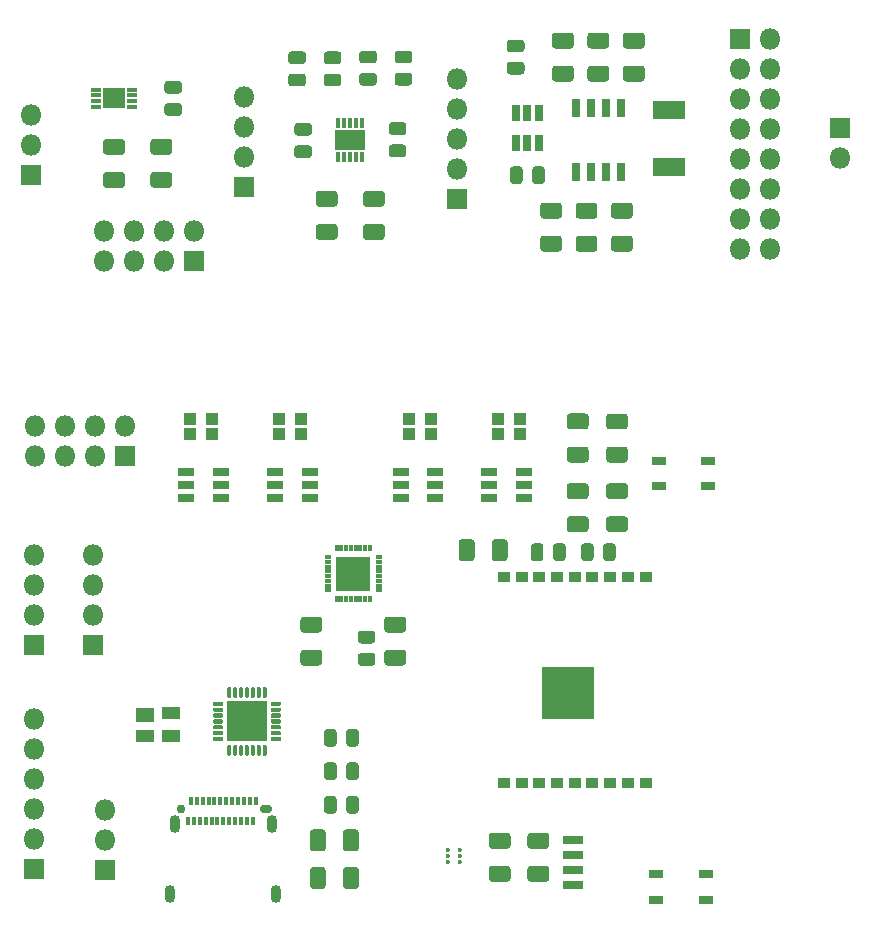
<source format=gbr>
%TF.GenerationSoftware,KiCad,Pcbnew,5.1.6*%
%TF.CreationDate,2020-07-08T20:14:41-07:00*%
%TF.ProjectId,plant_station,706c616e-745f-4737-9461-74696f6e2e6b,rev?*%
%TF.SameCoordinates,Original*%
%TF.FileFunction,Soldermask,Top*%
%TF.FilePolarity,Negative*%
%FSLAX46Y46*%
G04 Gerber Fmt 4.6, Leading zero omitted, Abs format (unit mm)*
G04 Created by KiCad (PCBNEW 5.1.6) date 2020-07-08 20:14:41*
%MOMM*%
%LPD*%
G01*
G04 APERTURE LIST*
%ADD10C,0.360000*%
%ADD11R,2.800000X1.600000*%
%ADD12R,0.750000X1.625000*%
%ADD13R,0.700000X1.350000*%
%ADD14R,0.400000X0.950000*%
%ADD15R,2.500000X1.750000*%
%ADD16R,1.900000X1.700000*%
%ADD17R,0.900000X0.400000*%
%ADD18R,1.800000X1.800000*%
%ADD19O,1.800000X1.800000*%
%ADD20R,1.500000X1.300000*%
%ADD21R,1.500000X1.100000*%
%ADD22R,1.700000X0.800000*%
%ADD23R,1.100000X1.100000*%
%ADD24R,1.400000X0.800000*%
%ADD25R,0.600000X0.300000*%
%ADD26R,0.300000X0.600000*%
%ADD27R,2.900000X2.900000*%
%ADD28O,0.900000X1.500000*%
%ADD29R,0.400000X0.800000*%
%ADD30O,1.050000X0.750000*%
%ADD31C,0.750000*%
%ADD32R,1.150000X0.750000*%
%ADD33R,3.450000X3.450000*%
%ADD34R,1.012500X0.950000*%
%ADD35R,4.400000X4.400000*%
G04 APERTURE END LIST*
D10*
%TO.C,U2*%
X78000000Y-104375000D03*
X78000000Y-103875000D03*
X78000000Y-103375000D03*
X77000000Y-104375000D03*
X77000000Y-103875000D03*
X77000000Y-103375000D03*
%TD*%
%TO.C,C4*%
G36*
G01*
X89405000Y-49925000D02*
X88095000Y-49925000D01*
G75*
G02*
X87825000Y-49655000I0J270000D01*
G01*
X87825000Y-48845000D01*
G75*
G02*
X88095000Y-48575000I270000J0D01*
G01*
X89405000Y-48575000D01*
G75*
G02*
X89675000Y-48845000I0J-270000D01*
G01*
X89675000Y-49655000D01*
G75*
G02*
X89405000Y-49925000I-270000J0D01*
G01*
G37*
G36*
G01*
X89405000Y-52725000D02*
X88095000Y-52725000D01*
G75*
G02*
X87825000Y-52455000I0J270000D01*
G01*
X87825000Y-51645000D01*
G75*
G02*
X88095000Y-51375000I270000J0D01*
G01*
X89405000Y-51375000D01*
G75*
G02*
X89675000Y-51645000I0J-270000D01*
G01*
X89675000Y-52455000D01*
G75*
G02*
X89405000Y-52725000I-270000J0D01*
G01*
G37*
%TD*%
%TO.C,C5*%
G36*
G01*
X92405000Y-49925000D02*
X91095000Y-49925000D01*
G75*
G02*
X90825000Y-49655000I0J270000D01*
G01*
X90825000Y-48845000D01*
G75*
G02*
X91095000Y-48575000I270000J0D01*
G01*
X92405000Y-48575000D01*
G75*
G02*
X92675000Y-48845000I0J-270000D01*
G01*
X92675000Y-49655000D01*
G75*
G02*
X92405000Y-49925000I-270000J0D01*
G01*
G37*
G36*
G01*
X92405000Y-52725000D02*
X91095000Y-52725000D01*
G75*
G02*
X90825000Y-52455000I0J270000D01*
G01*
X90825000Y-51645000D01*
G75*
G02*
X91095000Y-51375000I270000J0D01*
G01*
X92405000Y-51375000D01*
G75*
G02*
X92675000Y-51645000I0J-270000D01*
G01*
X92675000Y-52455000D01*
G75*
G02*
X92405000Y-52725000I-270000J0D01*
G01*
G37*
%TD*%
%TO.C,C6*%
G36*
G01*
X67405000Y-48925000D02*
X66095000Y-48925000D01*
G75*
G02*
X65825000Y-48655000I0J270000D01*
G01*
X65825000Y-47845000D01*
G75*
G02*
X66095000Y-47575000I270000J0D01*
G01*
X67405000Y-47575000D01*
G75*
G02*
X67675000Y-47845000I0J-270000D01*
G01*
X67675000Y-48655000D01*
G75*
G02*
X67405000Y-48925000I-270000J0D01*
G01*
G37*
G36*
G01*
X67405000Y-51725000D02*
X66095000Y-51725000D01*
G75*
G02*
X65825000Y-51455000I0J270000D01*
G01*
X65825000Y-50645000D01*
G75*
G02*
X66095000Y-50375000I270000J0D01*
G01*
X67405000Y-50375000D01*
G75*
G02*
X67675000Y-50645000I0J-270000D01*
G01*
X67675000Y-51455000D01*
G75*
G02*
X67405000Y-51725000I-270000J0D01*
G01*
G37*
%TD*%
%TO.C,C7*%
G36*
G01*
X71405000Y-51725000D02*
X70095000Y-51725000D01*
G75*
G02*
X69825000Y-51455000I0J270000D01*
G01*
X69825000Y-50645000D01*
G75*
G02*
X70095000Y-50375000I270000J0D01*
G01*
X71405000Y-50375000D01*
G75*
G02*
X71675000Y-50645000I0J-270000D01*
G01*
X71675000Y-51455000D01*
G75*
G02*
X71405000Y-51725000I-270000J0D01*
G01*
G37*
G36*
G01*
X71405000Y-48925000D02*
X70095000Y-48925000D01*
G75*
G02*
X69825000Y-48655000I0J270000D01*
G01*
X69825000Y-47845000D01*
G75*
G02*
X70095000Y-47575000I270000J0D01*
G01*
X71405000Y-47575000D01*
G75*
G02*
X71675000Y-47845000I0J-270000D01*
G01*
X71675000Y-48655000D01*
G75*
G02*
X71405000Y-48925000I-270000J0D01*
G01*
G37*
%TD*%
%TO.C,Cdec1*%
G36*
G01*
X53405000Y-47325000D02*
X52095000Y-47325000D01*
G75*
G02*
X51825000Y-47055000I0J270000D01*
G01*
X51825000Y-46245000D01*
G75*
G02*
X52095000Y-45975000I270000J0D01*
G01*
X53405000Y-45975000D01*
G75*
G02*
X53675000Y-46245000I0J-270000D01*
G01*
X53675000Y-47055000D01*
G75*
G02*
X53405000Y-47325000I-270000J0D01*
G01*
G37*
G36*
G01*
X53405000Y-44525000D02*
X52095000Y-44525000D01*
G75*
G02*
X51825000Y-44255000I0J270000D01*
G01*
X51825000Y-43445000D01*
G75*
G02*
X52095000Y-43175000I270000J0D01*
G01*
X53405000Y-43175000D01*
G75*
G02*
X53675000Y-43445000I0J-270000D01*
G01*
X53675000Y-44255000D01*
G75*
G02*
X53405000Y-44525000I-270000J0D01*
G01*
G37*
%TD*%
%TO.C,Cdec2*%
G36*
G01*
X49405000Y-47325000D02*
X48095000Y-47325000D01*
G75*
G02*
X47825000Y-47055000I0J270000D01*
G01*
X47825000Y-46245000D01*
G75*
G02*
X48095000Y-45975000I270000J0D01*
G01*
X49405000Y-45975000D01*
G75*
G02*
X49675000Y-46245000I0J-270000D01*
G01*
X49675000Y-47055000D01*
G75*
G02*
X49405000Y-47325000I-270000J0D01*
G01*
G37*
G36*
G01*
X49405000Y-44525000D02*
X48095000Y-44525000D01*
G75*
G02*
X47825000Y-44255000I0J270000D01*
G01*
X47825000Y-43445000D01*
G75*
G02*
X48095000Y-43175000I270000J0D01*
G01*
X49405000Y-43175000D01*
G75*
G02*
X49675000Y-43445000I0J-270000D01*
G01*
X49675000Y-44255000D01*
G75*
G02*
X49405000Y-44525000I-270000J0D01*
G01*
G37*
%TD*%
%TO.C,Cref1*%
G36*
G01*
X93405000Y-35525000D02*
X92095000Y-35525000D01*
G75*
G02*
X91825000Y-35255000I0J270000D01*
G01*
X91825000Y-34445000D01*
G75*
G02*
X92095000Y-34175000I270000J0D01*
G01*
X93405000Y-34175000D01*
G75*
G02*
X93675000Y-34445000I0J-270000D01*
G01*
X93675000Y-35255000D01*
G75*
G02*
X93405000Y-35525000I-270000J0D01*
G01*
G37*
G36*
G01*
X93405000Y-38325000D02*
X92095000Y-38325000D01*
G75*
G02*
X91825000Y-38055000I0J270000D01*
G01*
X91825000Y-37245000D01*
G75*
G02*
X92095000Y-36975000I270000J0D01*
G01*
X93405000Y-36975000D01*
G75*
G02*
X93675000Y-37245000I0J-270000D01*
G01*
X93675000Y-38055000D01*
G75*
G02*
X93405000Y-38325000I-270000J0D01*
G01*
G37*
%TD*%
D11*
%TO.C,D1*%
X95750000Y-45550000D03*
X95750000Y-40750000D03*
%TD*%
D12*
%TO.C,IC3*%
X87845000Y-45962000D03*
X89115000Y-45962000D03*
X90385000Y-45962000D03*
X91655000Y-45962000D03*
X91655000Y-40538000D03*
X90385000Y-40538000D03*
X89115000Y-40538000D03*
X87845000Y-40538000D03*
%TD*%
D13*
%TO.C,IC4*%
X82800000Y-43500000D03*
X83750000Y-43500000D03*
X84700000Y-43500000D03*
X84700000Y-41000000D03*
X83750000Y-41000000D03*
X82800000Y-41000000D03*
%TD*%
D14*
%TO.C,IC5*%
X67750000Y-44700000D03*
X68250000Y-44700000D03*
X68750000Y-44700000D03*
X69250000Y-44700000D03*
X69750000Y-44700000D03*
X69750000Y-41800000D03*
X69250000Y-41800000D03*
X68750000Y-41800000D03*
X68250000Y-41800000D03*
X67750000Y-41800000D03*
D15*
X68750000Y-43250000D03*
%TD*%
D16*
%TO.C,IC6*%
X48750000Y-39750000D03*
D17*
X47250000Y-40500000D03*
X47250000Y-40000000D03*
X47250000Y-39500000D03*
X47250000Y-39000000D03*
X50250000Y-39000000D03*
X50250000Y-39500000D03*
X50250000Y-40000000D03*
X50250000Y-40500000D03*
%TD*%
D18*
%TO.C,J1*%
X77750000Y-48250000D03*
D19*
X77750000Y-45710000D03*
X77750000Y-43170000D03*
X77750000Y-40630000D03*
X77750000Y-38090000D03*
%TD*%
D18*
%TO.C,J2*%
X59750000Y-47250000D03*
D19*
X59750000Y-44710000D03*
X59750000Y-42170000D03*
X59750000Y-39630000D03*
%TD*%
D18*
%TO.C,J3*%
X101750000Y-34750000D03*
D19*
X104290000Y-34750000D03*
X101750000Y-37290000D03*
X104290000Y-37290000D03*
X101750000Y-39830000D03*
X104290000Y-39830000D03*
X101750000Y-42370000D03*
X104290000Y-42370000D03*
X101750000Y-44910000D03*
X104290000Y-44910000D03*
X101750000Y-47450000D03*
X104290000Y-47450000D03*
X101750000Y-49990000D03*
X104290000Y-49990000D03*
X101750000Y-52530000D03*
X104290000Y-52530000D03*
%TD*%
D18*
%TO.C,J4*%
X110250000Y-42250000D03*
D19*
X110250000Y-44790000D03*
%TD*%
D18*
%TO.C,J5*%
X41750000Y-46250000D03*
D19*
X41750000Y-43710000D03*
X41750000Y-41170000D03*
%TD*%
%TO.C,R4*%
G36*
G01*
X86405000Y-52725000D02*
X85095000Y-52725000D01*
G75*
G02*
X84825000Y-52455000I0J270000D01*
G01*
X84825000Y-51645000D01*
G75*
G02*
X85095000Y-51375000I270000J0D01*
G01*
X86405000Y-51375000D01*
G75*
G02*
X86675000Y-51645000I0J-270000D01*
G01*
X86675000Y-52455000D01*
G75*
G02*
X86405000Y-52725000I-270000J0D01*
G01*
G37*
G36*
G01*
X86405000Y-49925000D02*
X85095000Y-49925000D01*
G75*
G02*
X84825000Y-49655000I0J270000D01*
G01*
X84825000Y-48845000D01*
G75*
G02*
X85095000Y-48575000I270000J0D01*
G01*
X86405000Y-48575000D01*
G75*
G02*
X86675000Y-48845000I0J-270000D01*
G01*
X86675000Y-49655000D01*
G75*
G02*
X86405000Y-49925000I-270000J0D01*
G01*
G37*
%TD*%
%TO.C,R5*%
G36*
G01*
X82275000Y-46731250D02*
X82275000Y-45768750D01*
G75*
G02*
X82543750Y-45500000I268750J0D01*
G01*
X83081250Y-45500000D01*
G75*
G02*
X83350000Y-45768750I0J-268750D01*
G01*
X83350000Y-46731250D01*
G75*
G02*
X83081250Y-47000000I-268750J0D01*
G01*
X82543750Y-47000000D01*
G75*
G02*
X82275000Y-46731250I0J268750D01*
G01*
G37*
G36*
G01*
X84150000Y-46731250D02*
X84150000Y-45768750D01*
G75*
G02*
X84418750Y-45500000I268750J0D01*
G01*
X84956250Y-45500000D01*
G75*
G02*
X85225000Y-45768750I0J-268750D01*
G01*
X85225000Y-46731250D01*
G75*
G02*
X84956250Y-47000000I-268750J0D01*
G01*
X84418750Y-47000000D01*
G75*
G02*
X84150000Y-46731250I0J268750D01*
G01*
G37*
%TD*%
%TO.C,R6*%
G36*
G01*
X83231250Y-35850000D02*
X82268750Y-35850000D01*
G75*
G02*
X82000000Y-35581250I0J268750D01*
G01*
X82000000Y-35043750D01*
G75*
G02*
X82268750Y-34775000I268750J0D01*
G01*
X83231250Y-34775000D01*
G75*
G02*
X83500000Y-35043750I0J-268750D01*
G01*
X83500000Y-35581250D01*
G75*
G02*
X83231250Y-35850000I-268750J0D01*
G01*
G37*
G36*
G01*
X83231250Y-37725000D02*
X82268750Y-37725000D01*
G75*
G02*
X82000000Y-37456250I0J268750D01*
G01*
X82000000Y-36918750D01*
G75*
G02*
X82268750Y-36650000I268750J0D01*
G01*
X83231250Y-36650000D01*
G75*
G02*
X83500000Y-36918750I0J-268750D01*
G01*
X83500000Y-37456250D01*
G75*
G02*
X83231250Y-37725000I-268750J0D01*
G01*
G37*
%TD*%
%TO.C,R7*%
G36*
G01*
X67731250Y-38725000D02*
X66768750Y-38725000D01*
G75*
G02*
X66500000Y-38456250I0J268750D01*
G01*
X66500000Y-37918750D01*
G75*
G02*
X66768750Y-37650000I268750J0D01*
G01*
X67731250Y-37650000D01*
G75*
G02*
X68000000Y-37918750I0J-268750D01*
G01*
X68000000Y-38456250D01*
G75*
G02*
X67731250Y-38725000I-268750J0D01*
G01*
G37*
G36*
G01*
X67731250Y-36850000D02*
X66768750Y-36850000D01*
G75*
G02*
X66500000Y-36581250I0J268750D01*
G01*
X66500000Y-36043750D01*
G75*
G02*
X66768750Y-35775000I268750J0D01*
G01*
X67731250Y-35775000D01*
G75*
G02*
X68000000Y-36043750I0J-268750D01*
G01*
X68000000Y-36581250D01*
G75*
G02*
X67731250Y-36850000I-268750J0D01*
G01*
G37*
%TD*%
%TO.C,R8*%
G36*
G01*
X64731250Y-38725000D02*
X63768750Y-38725000D01*
G75*
G02*
X63500000Y-38456250I0J268750D01*
G01*
X63500000Y-37918750D01*
G75*
G02*
X63768750Y-37650000I268750J0D01*
G01*
X64731250Y-37650000D01*
G75*
G02*
X65000000Y-37918750I0J-268750D01*
G01*
X65000000Y-38456250D01*
G75*
G02*
X64731250Y-38725000I-268750J0D01*
G01*
G37*
G36*
G01*
X64731250Y-36850000D02*
X63768750Y-36850000D01*
G75*
G02*
X63500000Y-36581250I0J268750D01*
G01*
X63500000Y-36043750D01*
G75*
G02*
X63768750Y-35775000I268750J0D01*
G01*
X64731250Y-35775000D01*
G75*
G02*
X65000000Y-36043750I0J-268750D01*
G01*
X65000000Y-36581250D01*
G75*
G02*
X64731250Y-36850000I-268750J0D01*
G01*
G37*
%TD*%
%TO.C,R9*%
G36*
G01*
X65231250Y-44787500D02*
X64268750Y-44787500D01*
G75*
G02*
X64000000Y-44518750I0J268750D01*
G01*
X64000000Y-43981250D01*
G75*
G02*
X64268750Y-43712500I268750J0D01*
G01*
X65231250Y-43712500D01*
G75*
G02*
X65500000Y-43981250I0J-268750D01*
G01*
X65500000Y-44518750D01*
G75*
G02*
X65231250Y-44787500I-268750J0D01*
G01*
G37*
G36*
G01*
X65231250Y-42912500D02*
X64268750Y-42912500D01*
G75*
G02*
X64000000Y-42643750I0J268750D01*
G01*
X64000000Y-42106250D01*
G75*
G02*
X64268750Y-41837500I268750J0D01*
G01*
X65231250Y-41837500D01*
G75*
G02*
X65500000Y-42106250I0J-268750D01*
G01*
X65500000Y-42643750D01*
G75*
G02*
X65231250Y-42912500I-268750J0D01*
G01*
G37*
%TD*%
%TO.C,R10*%
G36*
G01*
X73231250Y-42850000D02*
X72268750Y-42850000D01*
G75*
G02*
X72000000Y-42581250I0J268750D01*
G01*
X72000000Y-42043750D01*
G75*
G02*
X72268750Y-41775000I268750J0D01*
G01*
X73231250Y-41775000D01*
G75*
G02*
X73500000Y-42043750I0J-268750D01*
G01*
X73500000Y-42581250D01*
G75*
G02*
X73231250Y-42850000I-268750J0D01*
G01*
G37*
G36*
G01*
X73231250Y-44725000D02*
X72268750Y-44725000D01*
G75*
G02*
X72000000Y-44456250I0J268750D01*
G01*
X72000000Y-43918750D01*
G75*
G02*
X72268750Y-43650000I268750J0D01*
G01*
X73231250Y-43650000D01*
G75*
G02*
X73500000Y-43918750I0J-268750D01*
G01*
X73500000Y-44456250D01*
G75*
G02*
X73231250Y-44725000I-268750J0D01*
G01*
G37*
%TD*%
%TO.C,R11*%
G36*
G01*
X70731250Y-36787500D02*
X69768750Y-36787500D01*
G75*
G02*
X69500000Y-36518750I0J268750D01*
G01*
X69500000Y-35981250D01*
G75*
G02*
X69768750Y-35712500I268750J0D01*
G01*
X70731250Y-35712500D01*
G75*
G02*
X71000000Y-35981250I0J-268750D01*
G01*
X71000000Y-36518750D01*
G75*
G02*
X70731250Y-36787500I-268750J0D01*
G01*
G37*
G36*
G01*
X70731250Y-38662500D02*
X69768750Y-38662500D01*
G75*
G02*
X69500000Y-38393750I0J268750D01*
G01*
X69500000Y-37856250D01*
G75*
G02*
X69768750Y-37587500I268750J0D01*
G01*
X70731250Y-37587500D01*
G75*
G02*
X71000000Y-37856250I0J-268750D01*
G01*
X71000000Y-38393750D01*
G75*
G02*
X70731250Y-38662500I-268750J0D01*
G01*
G37*
%TD*%
%TO.C,R12*%
G36*
G01*
X72768750Y-37587500D02*
X73731250Y-37587500D01*
G75*
G02*
X74000000Y-37856250I0J-268750D01*
G01*
X74000000Y-38393750D01*
G75*
G02*
X73731250Y-38662500I-268750J0D01*
G01*
X72768750Y-38662500D01*
G75*
G02*
X72500000Y-38393750I0J268750D01*
G01*
X72500000Y-37856250D01*
G75*
G02*
X72768750Y-37587500I268750J0D01*
G01*
G37*
G36*
G01*
X72768750Y-35712500D02*
X73731250Y-35712500D01*
G75*
G02*
X74000000Y-35981250I0J-268750D01*
G01*
X74000000Y-36518750D01*
G75*
G02*
X73731250Y-36787500I-268750J0D01*
G01*
X72768750Y-36787500D01*
G75*
G02*
X72500000Y-36518750I0J268750D01*
G01*
X72500000Y-35981250D01*
G75*
G02*
X72768750Y-35712500I268750J0D01*
G01*
G37*
%TD*%
%TO.C,R13*%
G36*
G01*
X53268750Y-38275000D02*
X54231250Y-38275000D01*
G75*
G02*
X54500000Y-38543750I0J-268750D01*
G01*
X54500000Y-39081250D01*
G75*
G02*
X54231250Y-39350000I-268750J0D01*
G01*
X53268750Y-39350000D01*
G75*
G02*
X53000000Y-39081250I0J268750D01*
G01*
X53000000Y-38543750D01*
G75*
G02*
X53268750Y-38275000I268750J0D01*
G01*
G37*
G36*
G01*
X53268750Y-40150000D02*
X54231250Y-40150000D01*
G75*
G02*
X54500000Y-40418750I0J-268750D01*
G01*
X54500000Y-40956250D01*
G75*
G02*
X54231250Y-41225000I-268750J0D01*
G01*
X53268750Y-41225000D01*
G75*
G02*
X53000000Y-40956250I0J268750D01*
G01*
X53000000Y-40418750D01*
G75*
G02*
X53268750Y-40150000I268750J0D01*
G01*
G37*
%TD*%
%TO.C,Ra1*%
G36*
G01*
X87405000Y-35525000D02*
X86095000Y-35525000D01*
G75*
G02*
X85825000Y-35255000I0J270000D01*
G01*
X85825000Y-34445000D01*
G75*
G02*
X86095000Y-34175000I270000J0D01*
G01*
X87405000Y-34175000D01*
G75*
G02*
X87675000Y-34445000I0J-270000D01*
G01*
X87675000Y-35255000D01*
G75*
G02*
X87405000Y-35525000I-270000J0D01*
G01*
G37*
G36*
G01*
X87405000Y-38325000D02*
X86095000Y-38325000D01*
G75*
G02*
X85825000Y-38055000I0J270000D01*
G01*
X85825000Y-37245000D01*
G75*
G02*
X86095000Y-36975000I270000J0D01*
G01*
X87405000Y-36975000D01*
G75*
G02*
X87675000Y-37245000I0J-270000D01*
G01*
X87675000Y-38055000D01*
G75*
G02*
X87405000Y-38325000I-270000J0D01*
G01*
G37*
%TD*%
%TO.C,Rb1*%
G36*
G01*
X90405000Y-38325000D02*
X89095000Y-38325000D01*
G75*
G02*
X88825000Y-38055000I0J270000D01*
G01*
X88825000Y-37245000D01*
G75*
G02*
X89095000Y-36975000I270000J0D01*
G01*
X90405000Y-36975000D01*
G75*
G02*
X90675000Y-37245000I0J-270000D01*
G01*
X90675000Y-38055000D01*
G75*
G02*
X90405000Y-38325000I-270000J0D01*
G01*
G37*
G36*
G01*
X90405000Y-35525000D02*
X89095000Y-35525000D01*
G75*
G02*
X88825000Y-35255000I0J270000D01*
G01*
X88825000Y-34445000D01*
G75*
G02*
X89095000Y-34175000I270000J0D01*
G01*
X90405000Y-34175000D01*
G75*
G02*
X90675000Y-34445000I0J-270000D01*
G01*
X90675000Y-35255000D01*
G75*
G02*
X90405000Y-35525000I-270000J0D01*
G01*
G37*
%TD*%
D18*
%TO.C,BME1*%
X42000000Y-105000000D03*
D19*
X42000000Y-102460000D03*
X42000000Y-99920000D03*
X42000000Y-97380000D03*
X42000000Y-94840000D03*
X42000000Y-92300000D03*
%TD*%
%TO.C,C1*%
G36*
G01*
X71895000Y-83625000D02*
X73205000Y-83625000D01*
G75*
G02*
X73475000Y-83895000I0J-270000D01*
G01*
X73475000Y-84705000D01*
G75*
G02*
X73205000Y-84975000I-270000J0D01*
G01*
X71895000Y-84975000D01*
G75*
G02*
X71625000Y-84705000I0J270000D01*
G01*
X71625000Y-83895000D01*
G75*
G02*
X71895000Y-83625000I270000J0D01*
G01*
G37*
G36*
G01*
X71895000Y-86425000D02*
X73205000Y-86425000D01*
G75*
G02*
X73475000Y-86695000I0J-270000D01*
G01*
X73475000Y-87505000D01*
G75*
G02*
X73205000Y-87775000I-270000J0D01*
G01*
X71895000Y-87775000D01*
G75*
G02*
X71625000Y-87505000I0J270000D01*
G01*
X71625000Y-86695000D01*
G75*
G02*
X71895000Y-86425000I270000J0D01*
G01*
G37*
%TD*%
%TO.C,C2*%
G36*
G01*
X66105000Y-84975000D02*
X64795000Y-84975000D01*
G75*
G02*
X64525000Y-84705000I0J270000D01*
G01*
X64525000Y-83895000D01*
G75*
G02*
X64795000Y-83625000I270000J0D01*
G01*
X66105000Y-83625000D01*
G75*
G02*
X66375000Y-83895000I0J-270000D01*
G01*
X66375000Y-84705000D01*
G75*
G02*
X66105000Y-84975000I-270000J0D01*
G01*
G37*
G36*
G01*
X66105000Y-87775000D02*
X64795000Y-87775000D01*
G75*
G02*
X64525000Y-87505000I0J270000D01*
G01*
X64525000Y-86695000D01*
G75*
G02*
X64795000Y-86425000I270000J0D01*
G01*
X66105000Y-86425000D01*
G75*
G02*
X66375000Y-86695000I0J-270000D01*
G01*
X66375000Y-87505000D01*
G75*
G02*
X66105000Y-87775000I-270000J0D01*
G01*
G37*
%TD*%
%TO.C,Cdec3*%
G36*
G01*
X84018750Y-104725000D02*
X85328750Y-104725000D01*
G75*
G02*
X85598750Y-104995000I0J-270000D01*
G01*
X85598750Y-105805000D01*
G75*
G02*
X85328750Y-106075000I-270000J0D01*
G01*
X84018750Y-106075000D01*
G75*
G02*
X83748750Y-105805000I0J270000D01*
G01*
X83748750Y-104995000D01*
G75*
G02*
X84018750Y-104725000I270000J0D01*
G01*
G37*
G36*
G01*
X84018750Y-101925000D02*
X85328750Y-101925000D01*
G75*
G02*
X85598750Y-102195000I0J-270000D01*
G01*
X85598750Y-103005000D01*
G75*
G02*
X85328750Y-103275000I-270000J0D01*
G01*
X84018750Y-103275000D01*
G75*
G02*
X83748750Y-103005000I0J270000D01*
G01*
X83748750Y-102195000D01*
G75*
G02*
X84018750Y-101925000I270000J0D01*
G01*
G37*
%TD*%
%TO.C,Cdec4*%
G36*
G01*
X80747500Y-101925000D02*
X82057500Y-101925000D01*
G75*
G02*
X82327500Y-102195000I0J-270000D01*
G01*
X82327500Y-103005000D01*
G75*
G02*
X82057500Y-103275000I-270000J0D01*
G01*
X80747500Y-103275000D01*
G75*
G02*
X80477500Y-103005000I0J270000D01*
G01*
X80477500Y-102195000D01*
G75*
G02*
X80747500Y-101925000I270000J0D01*
G01*
G37*
G36*
G01*
X80747500Y-104725000D02*
X82057500Y-104725000D01*
G75*
G02*
X82327500Y-104995000I0J-270000D01*
G01*
X82327500Y-105805000D01*
G75*
G02*
X82057500Y-106075000I-270000J0D01*
G01*
X80747500Y-106075000D01*
G75*
G02*
X80477500Y-105805000I0J270000D01*
G01*
X80477500Y-104995000D01*
G75*
G02*
X80747500Y-104725000I270000J0D01*
G01*
G37*
%TD*%
%TO.C,Cdec5*%
G36*
G01*
X66675000Y-105095000D02*
X66675000Y-106405000D01*
G75*
G02*
X66405000Y-106675000I-270000J0D01*
G01*
X65595000Y-106675000D01*
G75*
G02*
X65325000Y-106405000I0J270000D01*
G01*
X65325000Y-105095000D01*
G75*
G02*
X65595000Y-104825000I270000J0D01*
G01*
X66405000Y-104825000D01*
G75*
G02*
X66675000Y-105095000I0J-270000D01*
G01*
G37*
G36*
G01*
X69475000Y-105095000D02*
X69475000Y-106405000D01*
G75*
G02*
X69205000Y-106675000I-270000J0D01*
G01*
X68395000Y-106675000D01*
G75*
G02*
X68125000Y-106405000I0J270000D01*
G01*
X68125000Y-105095000D01*
G75*
G02*
X68395000Y-104825000I270000J0D01*
G01*
X69205000Y-104825000D01*
G75*
G02*
X69475000Y-105095000I0J-270000D01*
G01*
G37*
%TD*%
%TO.C,Cdec6*%
G36*
G01*
X69475000Y-101915353D02*
X69475000Y-103225353D01*
G75*
G02*
X69205000Y-103495353I-270000J0D01*
G01*
X68395000Y-103495353D01*
G75*
G02*
X68125000Y-103225353I0J270000D01*
G01*
X68125000Y-101915353D01*
G75*
G02*
X68395000Y-101645353I270000J0D01*
G01*
X69205000Y-101645353D01*
G75*
G02*
X69475000Y-101915353I0J-270000D01*
G01*
G37*
G36*
G01*
X66675000Y-101915353D02*
X66675000Y-103225353D01*
G75*
G02*
X66405000Y-103495353I-270000J0D01*
G01*
X65595000Y-103495353D01*
G75*
G02*
X65325000Y-103225353I0J270000D01*
G01*
X65325000Y-101915353D01*
G75*
G02*
X65595000Y-101645353I270000J0D01*
G01*
X66405000Y-101645353D01*
G75*
G02*
X66675000Y-101915353I0J-270000D01*
G01*
G37*
%TD*%
%TO.C,Cdec7*%
G36*
G01*
X90678334Y-66430001D02*
X91988334Y-66430001D01*
G75*
G02*
X92258334Y-66700001I0J-270000D01*
G01*
X92258334Y-67510001D01*
G75*
G02*
X91988334Y-67780001I-270000J0D01*
G01*
X90678334Y-67780001D01*
G75*
G02*
X90408334Y-67510001I0J270000D01*
G01*
X90408334Y-66700001D01*
G75*
G02*
X90678334Y-66430001I270000J0D01*
G01*
G37*
G36*
G01*
X90678334Y-69230001D02*
X91988334Y-69230001D01*
G75*
G02*
X92258334Y-69500001I0J-270000D01*
G01*
X92258334Y-70310001D01*
G75*
G02*
X91988334Y-70580001I-270000J0D01*
G01*
X90678334Y-70580001D01*
G75*
G02*
X90408334Y-70310001I0J270000D01*
G01*
X90408334Y-69500001D01*
G75*
G02*
X90678334Y-69230001I270000J0D01*
G01*
G37*
%TD*%
%TO.C,Cdec8*%
G36*
G01*
X87345000Y-69225000D02*
X88655000Y-69225000D01*
G75*
G02*
X88925000Y-69495000I0J-270000D01*
G01*
X88925000Y-70305000D01*
G75*
G02*
X88655000Y-70575000I-270000J0D01*
G01*
X87345000Y-70575000D01*
G75*
G02*
X87075000Y-70305000I0J270000D01*
G01*
X87075000Y-69495000D01*
G75*
G02*
X87345000Y-69225000I270000J0D01*
G01*
G37*
G36*
G01*
X87345000Y-66425000D02*
X88655000Y-66425000D01*
G75*
G02*
X88925000Y-66695000I0J-270000D01*
G01*
X88925000Y-67505000D01*
G75*
G02*
X88655000Y-67775000I-270000J0D01*
G01*
X87345000Y-67775000D01*
G75*
G02*
X87075000Y-67505000I0J270000D01*
G01*
X87075000Y-66695000D01*
G75*
G02*
X87345000Y-66425000I270000J0D01*
G01*
G37*
%TD*%
%TO.C,C9*%
G36*
G01*
X87345000Y-72325000D02*
X88655000Y-72325000D01*
G75*
G02*
X88925000Y-72595000I0J-270000D01*
G01*
X88925000Y-73405000D01*
G75*
G02*
X88655000Y-73675000I-270000J0D01*
G01*
X87345000Y-73675000D01*
G75*
G02*
X87075000Y-73405000I0J270000D01*
G01*
X87075000Y-72595000D01*
G75*
G02*
X87345000Y-72325000I270000J0D01*
G01*
G37*
G36*
G01*
X87345000Y-75125000D02*
X88655000Y-75125000D01*
G75*
G02*
X88925000Y-75395000I0J-270000D01*
G01*
X88925000Y-76205000D01*
G75*
G02*
X88655000Y-76475000I-270000J0D01*
G01*
X87345000Y-76475000D01*
G75*
G02*
X87075000Y-76205000I0J270000D01*
G01*
X87075000Y-75395000D01*
G75*
G02*
X87345000Y-75125000I270000J0D01*
G01*
G37*
%TD*%
D20*
%TO.C,D2*%
X51400000Y-91980000D03*
D21*
X51400000Y-93700000D03*
X53600000Y-93700000D03*
X53600000Y-91800000D03*
%TD*%
D22*
%TO.C,IC2*%
X87600000Y-102495000D03*
X87600000Y-103765000D03*
X87600000Y-105035000D03*
X87600000Y-106305000D03*
%TD*%
D18*
%TO.C,J6*%
X48000000Y-105080000D03*
D19*
X48000000Y-102540000D03*
X48000000Y-100000000D03*
%TD*%
%TO.C,J7*%
X47880000Y-50960000D03*
X47880000Y-53500000D03*
X50420000Y-50960000D03*
X50420000Y-53500000D03*
X52960000Y-50960000D03*
X52960000Y-53500000D03*
X55500000Y-50960000D03*
D18*
X55500000Y-53500000D03*
%TD*%
%TO.C,J8*%
X49650000Y-70000000D03*
D19*
X49650000Y-67460000D03*
X47110000Y-70000000D03*
X47110000Y-67460000D03*
X44570000Y-70000000D03*
X44570000Y-67460000D03*
X42030000Y-70000000D03*
X42030000Y-67460000D03*
%TD*%
D18*
%TO.C,J9*%
X47000000Y-86000000D03*
D19*
X47000000Y-83460000D03*
X47000000Y-80920000D03*
X47000000Y-78380000D03*
%TD*%
%TO.C,J10*%
X42000000Y-78380000D03*
X42000000Y-80920000D03*
X42000000Y-83460000D03*
D18*
X42000000Y-86000000D03*
%TD*%
D23*
%TO.C,LED1*%
X81271500Y-66875000D03*
X81271500Y-68125000D03*
X83121500Y-68125000D03*
X83121500Y-66875000D03*
%TD*%
%TO.C,LED2*%
X75600500Y-66875000D03*
X75600500Y-68125000D03*
X73750500Y-68125000D03*
X73750500Y-66875000D03*
%TD*%
D24*
%TO.C,LED3*%
X80534000Y-73600000D03*
X80534000Y-72500000D03*
X80534000Y-71400000D03*
X83484000Y-73600000D03*
X83484000Y-72500000D03*
X83484000Y-71400000D03*
%TD*%
%TO.C,LED4*%
X73013000Y-73600000D03*
X73013000Y-72500000D03*
X73013000Y-71400000D03*
X75963000Y-73600000D03*
X75963000Y-72500000D03*
X75963000Y-71400000D03*
%TD*%
%TO.C,LED5*%
X62367000Y-73600000D03*
X62367000Y-72500000D03*
X62367000Y-71400000D03*
X65317000Y-73600000D03*
X65317000Y-72500000D03*
X65317000Y-71400000D03*
%TD*%
%TO.C,LED6*%
X57796000Y-71400000D03*
X57796000Y-72500000D03*
X57796000Y-73600000D03*
X54846000Y-71400000D03*
X54846000Y-72500000D03*
X54846000Y-73600000D03*
%TD*%
D23*
%TO.C,LED7*%
X62729500Y-66875000D03*
X62729500Y-68125000D03*
X64579500Y-68125000D03*
X64579500Y-66875000D03*
%TD*%
%TO.C,LED8*%
X55208500Y-66875000D03*
X55208500Y-68125000D03*
X57058500Y-68125000D03*
X57058500Y-66875000D03*
%TD*%
D25*
%TO.C,LEDDRV1*%
X71150000Y-81400000D03*
X71150000Y-81000000D03*
X71150000Y-80600000D03*
X71150000Y-80200000D03*
X71150000Y-79800000D03*
X71150000Y-79400000D03*
X71150000Y-79000000D03*
X71150000Y-78600000D03*
D26*
X70400000Y-77850000D03*
X70000000Y-77850000D03*
X69600000Y-77850000D03*
X69200000Y-77850000D03*
X68800000Y-77850000D03*
X68400000Y-77850000D03*
X68000000Y-77850000D03*
X67600000Y-77850000D03*
D25*
X66850000Y-78600000D03*
X66850000Y-79000000D03*
X66850000Y-79400000D03*
X66850000Y-79800000D03*
X66850000Y-80200000D03*
X66850000Y-80600000D03*
X66850000Y-81000000D03*
X66850000Y-81400000D03*
D26*
X67600000Y-82150000D03*
X68000000Y-82150000D03*
X68400000Y-82150000D03*
X68800000Y-82150000D03*
X69200000Y-82150000D03*
X69600000Y-82150000D03*
X70000000Y-82150000D03*
X70400000Y-82150000D03*
D27*
X69000000Y-80000000D03*
%TD*%
D28*
%TO.C,P1*%
X53870000Y-101140000D03*
D29*
X55250000Y-99230000D03*
X55750000Y-99230000D03*
X56250000Y-99230000D03*
X56750000Y-99230000D03*
X57250000Y-99230000D03*
X57750000Y-99230000D03*
X58250000Y-99230000D03*
X60750000Y-99230000D03*
X59750000Y-99230000D03*
X59250000Y-99230000D03*
X58750000Y-99230000D03*
X60250000Y-99230000D03*
X60500000Y-100930000D03*
D28*
X62130000Y-101140000D03*
X62490000Y-107090000D03*
X53510000Y-107090000D03*
D30*
X61600000Y-99890000D03*
D31*
X54400000Y-99890000D03*
D29*
X60000000Y-100930000D03*
X59500000Y-100930000D03*
X59000000Y-100930000D03*
X58500000Y-100930000D03*
X58000000Y-100930000D03*
X57500000Y-100930000D03*
X57000000Y-100930000D03*
X56500000Y-100930000D03*
X56000000Y-100930000D03*
X55500000Y-100930000D03*
X55000000Y-100930000D03*
%TD*%
%TO.C,R1*%
G36*
G01*
X85100000Y-77688750D02*
X85100000Y-78651250D01*
G75*
G02*
X84831250Y-78920000I-268750J0D01*
G01*
X84293750Y-78920000D01*
G75*
G02*
X84025000Y-78651250I0J268750D01*
G01*
X84025000Y-77688750D01*
G75*
G02*
X84293750Y-77420000I268750J0D01*
G01*
X84831250Y-77420000D01*
G75*
G02*
X85100000Y-77688750I0J-268750D01*
G01*
G37*
G36*
G01*
X86975000Y-77688750D02*
X86975000Y-78651250D01*
G75*
G02*
X86706250Y-78920000I-268750J0D01*
G01*
X86168750Y-78920000D01*
G75*
G02*
X85900000Y-78651250I0J268750D01*
G01*
X85900000Y-77688750D01*
G75*
G02*
X86168750Y-77420000I268750J0D01*
G01*
X86706250Y-77420000D01*
G75*
G02*
X86975000Y-77688750I0J-268750D01*
G01*
G37*
%TD*%
%TO.C,R2*%
G36*
G01*
X88275000Y-78651250D02*
X88275000Y-77688750D01*
G75*
G02*
X88543750Y-77420000I268750J0D01*
G01*
X89081250Y-77420000D01*
G75*
G02*
X89350000Y-77688750I0J-268750D01*
G01*
X89350000Y-78651250D01*
G75*
G02*
X89081250Y-78920000I-268750J0D01*
G01*
X88543750Y-78920000D01*
G75*
G02*
X88275000Y-78651250I0J268750D01*
G01*
G37*
G36*
G01*
X90150000Y-78651250D02*
X90150000Y-77688750D01*
G75*
G02*
X90418750Y-77420000I268750J0D01*
G01*
X90956250Y-77420000D01*
G75*
G02*
X91225000Y-77688750I0J-268750D01*
G01*
X91225000Y-78651250D01*
G75*
G02*
X90956250Y-78920000I-268750J0D01*
G01*
X90418750Y-78920000D01*
G75*
G02*
X90150000Y-78651250I0J268750D01*
G01*
G37*
%TD*%
%TO.C,R3*%
G36*
G01*
X70606250Y-87775000D02*
X69643750Y-87775000D01*
G75*
G02*
X69375000Y-87506250I0J268750D01*
G01*
X69375000Y-86968750D01*
G75*
G02*
X69643750Y-86700000I268750J0D01*
G01*
X70606250Y-86700000D01*
G75*
G02*
X70875000Y-86968750I0J-268750D01*
G01*
X70875000Y-87506250D01*
G75*
G02*
X70606250Y-87775000I-268750J0D01*
G01*
G37*
G36*
G01*
X70606250Y-85900000D02*
X69643750Y-85900000D01*
G75*
G02*
X69375000Y-85631250I0J268750D01*
G01*
X69375000Y-85093750D01*
G75*
G02*
X69643750Y-84825000I268750J0D01*
G01*
X70606250Y-84825000D01*
G75*
G02*
X70875000Y-85093750I0J-268750D01*
G01*
X70875000Y-85631250D01*
G75*
G02*
X70606250Y-85900000I-268750J0D01*
G01*
G37*
%TD*%
%TO.C,R14*%
G36*
G01*
X67600000Y-99079461D02*
X67600000Y-100041961D01*
G75*
G02*
X67331250Y-100310711I-268750J0D01*
G01*
X66793750Y-100310711D01*
G75*
G02*
X66525000Y-100041961I0J268750D01*
G01*
X66525000Y-99079461D01*
G75*
G02*
X66793750Y-98810711I268750J0D01*
G01*
X67331250Y-98810711D01*
G75*
G02*
X67600000Y-99079461I0J-268750D01*
G01*
G37*
G36*
G01*
X69475000Y-99079461D02*
X69475000Y-100041961D01*
G75*
G02*
X69206250Y-100310711I-268750J0D01*
G01*
X68668750Y-100310711D01*
G75*
G02*
X68400000Y-100041961I0J268750D01*
G01*
X68400000Y-99079461D01*
G75*
G02*
X68668750Y-98810711I268750J0D01*
G01*
X69206250Y-98810711D01*
G75*
G02*
X69475000Y-99079461I0J-268750D01*
G01*
G37*
%TD*%
%TO.C,R15*%
G36*
G01*
X69475000Y-96239819D02*
X69475000Y-97202319D01*
G75*
G02*
X69206250Y-97471069I-268750J0D01*
G01*
X68668750Y-97471069D01*
G75*
G02*
X68400000Y-97202319I0J268750D01*
G01*
X68400000Y-96239819D01*
G75*
G02*
X68668750Y-95971069I268750J0D01*
G01*
X69206250Y-95971069D01*
G75*
G02*
X69475000Y-96239819I0J-268750D01*
G01*
G37*
G36*
G01*
X67600000Y-96239819D02*
X67600000Y-97202319D01*
G75*
G02*
X67331250Y-97471069I-268750J0D01*
G01*
X66793750Y-97471069D01*
G75*
G02*
X66525000Y-97202319I0J268750D01*
G01*
X66525000Y-96239819D01*
G75*
G02*
X66793750Y-95971069I268750J0D01*
G01*
X67331250Y-95971069D01*
G75*
G02*
X67600000Y-96239819I0J-268750D01*
G01*
G37*
%TD*%
%TO.C,R16*%
G36*
G01*
X67600000Y-93400177D02*
X67600000Y-94362677D01*
G75*
G02*
X67331250Y-94631427I-268750J0D01*
G01*
X66793750Y-94631427D01*
G75*
G02*
X66525000Y-94362677I0J268750D01*
G01*
X66525000Y-93400177D01*
G75*
G02*
X66793750Y-93131427I268750J0D01*
G01*
X67331250Y-93131427D01*
G75*
G02*
X67600000Y-93400177I0J-268750D01*
G01*
G37*
G36*
G01*
X69475000Y-93400177D02*
X69475000Y-94362677D01*
G75*
G02*
X69206250Y-94631427I-268750J0D01*
G01*
X68668750Y-94631427D01*
G75*
G02*
X68400000Y-94362677I0J268750D01*
G01*
X68400000Y-93400177D01*
G75*
G02*
X68668750Y-93131427I268750J0D01*
G01*
X69206250Y-93131427D01*
G75*
G02*
X69475000Y-93400177I0J-268750D01*
G01*
G37*
%TD*%
%TO.C,R17*%
G36*
G01*
X91988333Y-73675000D02*
X90678333Y-73675000D01*
G75*
G02*
X90408333Y-73405000I0J270000D01*
G01*
X90408333Y-72595000D01*
G75*
G02*
X90678333Y-72325000I270000J0D01*
G01*
X91988333Y-72325000D01*
G75*
G02*
X92258333Y-72595000I0J-270000D01*
G01*
X92258333Y-73405000D01*
G75*
G02*
X91988333Y-73675000I-270000J0D01*
G01*
G37*
G36*
G01*
X91988333Y-76475000D02*
X90678333Y-76475000D01*
G75*
G02*
X90408333Y-76205000I0J270000D01*
G01*
X90408333Y-75395000D01*
G75*
G02*
X90678333Y-75125000I270000J0D01*
G01*
X91988333Y-75125000D01*
G75*
G02*
X92258333Y-75395000I0J-270000D01*
G01*
X92258333Y-76205000D01*
G75*
G02*
X91988333Y-76475000I-270000J0D01*
G01*
G37*
%TD*%
%TO.C,R18*%
G36*
G01*
X82075000Y-77345000D02*
X82075000Y-78655000D01*
G75*
G02*
X81805000Y-78925000I-270000J0D01*
G01*
X80995000Y-78925000D01*
G75*
G02*
X80725000Y-78655000I0J270000D01*
G01*
X80725000Y-77345000D01*
G75*
G02*
X80995000Y-77075000I270000J0D01*
G01*
X81805000Y-77075000D01*
G75*
G02*
X82075000Y-77345000I0J-270000D01*
G01*
G37*
G36*
G01*
X79275000Y-77345000D02*
X79275000Y-78655000D01*
G75*
G02*
X79005000Y-78925000I-270000J0D01*
G01*
X78195000Y-78925000D01*
G75*
G02*
X77925000Y-78655000I0J270000D01*
G01*
X77925000Y-77345000D01*
G75*
G02*
X78195000Y-77075000I270000J0D01*
G01*
X79005000Y-77075000D01*
G75*
G02*
X79275000Y-77345000I0J-270000D01*
G01*
G37*
%TD*%
D32*
%TO.C,SW1*%
X98825000Y-107575000D03*
X94675000Y-107575000D03*
X98825000Y-105425000D03*
X94675000Y-105425000D03*
%TD*%
%TO.C,SW2*%
X99075000Y-72575000D03*
X94925000Y-72575000D03*
X99075000Y-70425000D03*
X94925000Y-70425000D03*
%TD*%
%TO.C,U3*%
G36*
G01*
X57100000Y-91087500D02*
X57100000Y-90912500D01*
G75*
G02*
X57187500Y-90825000I87500J0D01*
G01*
X57912500Y-90825000D01*
G75*
G02*
X58000000Y-90912500I0J-87500D01*
G01*
X58000000Y-91087500D01*
G75*
G02*
X57912500Y-91175000I-87500J0D01*
G01*
X57187500Y-91175000D01*
G75*
G02*
X57100000Y-91087500I0J87500D01*
G01*
G37*
G36*
G01*
X57100000Y-91587500D02*
X57100000Y-91412500D01*
G75*
G02*
X57187500Y-91325000I87500J0D01*
G01*
X57912500Y-91325000D01*
G75*
G02*
X58000000Y-91412500I0J-87500D01*
G01*
X58000000Y-91587500D01*
G75*
G02*
X57912500Y-91675000I-87500J0D01*
G01*
X57187500Y-91675000D01*
G75*
G02*
X57100000Y-91587500I0J87500D01*
G01*
G37*
G36*
G01*
X57100000Y-92087500D02*
X57100000Y-91912500D01*
G75*
G02*
X57187500Y-91825000I87500J0D01*
G01*
X57912500Y-91825000D01*
G75*
G02*
X58000000Y-91912500I0J-87500D01*
G01*
X58000000Y-92087500D01*
G75*
G02*
X57912500Y-92175000I-87500J0D01*
G01*
X57187500Y-92175000D01*
G75*
G02*
X57100000Y-92087500I0J87500D01*
G01*
G37*
G36*
G01*
X57100000Y-92587500D02*
X57100000Y-92412500D01*
G75*
G02*
X57187500Y-92325000I87500J0D01*
G01*
X57912500Y-92325000D01*
G75*
G02*
X58000000Y-92412500I0J-87500D01*
G01*
X58000000Y-92587500D01*
G75*
G02*
X57912500Y-92675000I-87500J0D01*
G01*
X57187500Y-92675000D01*
G75*
G02*
X57100000Y-92587500I0J87500D01*
G01*
G37*
G36*
G01*
X57100000Y-93087500D02*
X57100000Y-92912500D01*
G75*
G02*
X57187500Y-92825000I87500J0D01*
G01*
X57912500Y-92825000D01*
G75*
G02*
X58000000Y-92912500I0J-87500D01*
G01*
X58000000Y-93087500D01*
G75*
G02*
X57912500Y-93175000I-87500J0D01*
G01*
X57187500Y-93175000D01*
G75*
G02*
X57100000Y-93087500I0J87500D01*
G01*
G37*
G36*
G01*
X57100000Y-93587500D02*
X57100000Y-93412500D01*
G75*
G02*
X57187500Y-93325000I87500J0D01*
G01*
X57912500Y-93325000D01*
G75*
G02*
X58000000Y-93412500I0J-87500D01*
G01*
X58000000Y-93587500D01*
G75*
G02*
X57912500Y-93675000I-87500J0D01*
G01*
X57187500Y-93675000D01*
G75*
G02*
X57100000Y-93587500I0J87500D01*
G01*
G37*
G36*
G01*
X57100000Y-94087500D02*
X57100000Y-93912500D01*
G75*
G02*
X57187500Y-93825000I87500J0D01*
G01*
X57912500Y-93825000D01*
G75*
G02*
X58000000Y-93912500I0J-87500D01*
G01*
X58000000Y-94087500D01*
G75*
G02*
X57912500Y-94175000I-87500J0D01*
G01*
X57187500Y-94175000D01*
G75*
G02*
X57100000Y-94087500I0J87500D01*
G01*
G37*
G36*
G01*
X58325000Y-95312500D02*
X58325000Y-94587500D01*
G75*
G02*
X58412500Y-94500000I87500J0D01*
G01*
X58587500Y-94500000D01*
G75*
G02*
X58675000Y-94587500I0J-87500D01*
G01*
X58675000Y-95312500D01*
G75*
G02*
X58587500Y-95400000I-87500J0D01*
G01*
X58412500Y-95400000D01*
G75*
G02*
X58325000Y-95312500I0J87500D01*
G01*
G37*
G36*
G01*
X58825000Y-95312500D02*
X58825000Y-94587500D01*
G75*
G02*
X58912500Y-94500000I87500J0D01*
G01*
X59087500Y-94500000D01*
G75*
G02*
X59175000Y-94587500I0J-87500D01*
G01*
X59175000Y-95312500D01*
G75*
G02*
X59087500Y-95400000I-87500J0D01*
G01*
X58912500Y-95400000D01*
G75*
G02*
X58825000Y-95312500I0J87500D01*
G01*
G37*
G36*
G01*
X59325000Y-95312500D02*
X59325000Y-94587500D01*
G75*
G02*
X59412500Y-94500000I87500J0D01*
G01*
X59587500Y-94500000D01*
G75*
G02*
X59675000Y-94587500I0J-87500D01*
G01*
X59675000Y-95312500D01*
G75*
G02*
X59587500Y-95400000I-87500J0D01*
G01*
X59412500Y-95400000D01*
G75*
G02*
X59325000Y-95312500I0J87500D01*
G01*
G37*
G36*
G01*
X59825000Y-95312500D02*
X59825000Y-94587500D01*
G75*
G02*
X59912500Y-94500000I87500J0D01*
G01*
X60087500Y-94500000D01*
G75*
G02*
X60175000Y-94587500I0J-87500D01*
G01*
X60175000Y-95312500D01*
G75*
G02*
X60087500Y-95400000I-87500J0D01*
G01*
X59912500Y-95400000D01*
G75*
G02*
X59825000Y-95312500I0J87500D01*
G01*
G37*
G36*
G01*
X60325000Y-95312500D02*
X60325000Y-94587500D01*
G75*
G02*
X60412500Y-94500000I87500J0D01*
G01*
X60587500Y-94500000D01*
G75*
G02*
X60675000Y-94587500I0J-87500D01*
G01*
X60675000Y-95312500D01*
G75*
G02*
X60587500Y-95400000I-87500J0D01*
G01*
X60412500Y-95400000D01*
G75*
G02*
X60325000Y-95312500I0J87500D01*
G01*
G37*
G36*
G01*
X60825000Y-95312500D02*
X60825000Y-94587500D01*
G75*
G02*
X60912500Y-94500000I87500J0D01*
G01*
X61087500Y-94500000D01*
G75*
G02*
X61175000Y-94587500I0J-87500D01*
G01*
X61175000Y-95312500D01*
G75*
G02*
X61087500Y-95400000I-87500J0D01*
G01*
X60912500Y-95400000D01*
G75*
G02*
X60825000Y-95312500I0J87500D01*
G01*
G37*
G36*
G01*
X61325000Y-95312500D02*
X61325000Y-94587500D01*
G75*
G02*
X61412500Y-94500000I87500J0D01*
G01*
X61587500Y-94500000D01*
G75*
G02*
X61675000Y-94587500I0J-87500D01*
G01*
X61675000Y-95312500D01*
G75*
G02*
X61587500Y-95400000I-87500J0D01*
G01*
X61412500Y-95400000D01*
G75*
G02*
X61325000Y-95312500I0J87500D01*
G01*
G37*
G36*
G01*
X62000000Y-94087500D02*
X62000000Y-93912500D01*
G75*
G02*
X62087500Y-93825000I87500J0D01*
G01*
X62812500Y-93825000D01*
G75*
G02*
X62900000Y-93912500I0J-87500D01*
G01*
X62900000Y-94087500D01*
G75*
G02*
X62812500Y-94175000I-87500J0D01*
G01*
X62087500Y-94175000D01*
G75*
G02*
X62000000Y-94087500I0J87500D01*
G01*
G37*
G36*
G01*
X62000000Y-93587500D02*
X62000000Y-93412500D01*
G75*
G02*
X62087500Y-93325000I87500J0D01*
G01*
X62812500Y-93325000D01*
G75*
G02*
X62900000Y-93412500I0J-87500D01*
G01*
X62900000Y-93587500D01*
G75*
G02*
X62812500Y-93675000I-87500J0D01*
G01*
X62087500Y-93675000D01*
G75*
G02*
X62000000Y-93587500I0J87500D01*
G01*
G37*
G36*
G01*
X62000000Y-93087500D02*
X62000000Y-92912500D01*
G75*
G02*
X62087500Y-92825000I87500J0D01*
G01*
X62812500Y-92825000D01*
G75*
G02*
X62900000Y-92912500I0J-87500D01*
G01*
X62900000Y-93087500D01*
G75*
G02*
X62812500Y-93175000I-87500J0D01*
G01*
X62087500Y-93175000D01*
G75*
G02*
X62000000Y-93087500I0J87500D01*
G01*
G37*
G36*
G01*
X62000000Y-92587500D02*
X62000000Y-92412500D01*
G75*
G02*
X62087500Y-92325000I87500J0D01*
G01*
X62812500Y-92325000D01*
G75*
G02*
X62900000Y-92412500I0J-87500D01*
G01*
X62900000Y-92587500D01*
G75*
G02*
X62812500Y-92675000I-87500J0D01*
G01*
X62087500Y-92675000D01*
G75*
G02*
X62000000Y-92587500I0J87500D01*
G01*
G37*
G36*
G01*
X62000000Y-92087500D02*
X62000000Y-91912500D01*
G75*
G02*
X62087500Y-91825000I87500J0D01*
G01*
X62812500Y-91825000D01*
G75*
G02*
X62900000Y-91912500I0J-87500D01*
G01*
X62900000Y-92087500D01*
G75*
G02*
X62812500Y-92175000I-87500J0D01*
G01*
X62087500Y-92175000D01*
G75*
G02*
X62000000Y-92087500I0J87500D01*
G01*
G37*
G36*
G01*
X62000000Y-91587500D02*
X62000000Y-91412500D01*
G75*
G02*
X62087500Y-91325000I87500J0D01*
G01*
X62812500Y-91325000D01*
G75*
G02*
X62900000Y-91412500I0J-87500D01*
G01*
X62900000Y-91587500D01*
G75*
G02*
X62812500Y-91675000I-87500J0D01*
G01*
X62087500Y-91675000D01*
G75*
G02*
X62000000Y-91587500I0J87500D01*
G01*
G37*
G36*
G01*
X62000000Y-91087500D02*
X62000000Y-90912500D01*
G75*
G02*
X62087500Y-90825000I87500J0D01*
G01*
X62812500Y-90825000D01*
G75*
G02*
X62900000Y-90912500I0J-87500D01*
G01*
X62900000Y-91087500D01*
G75*
G02*
X62812500Y-91175000I-87500J0D01*
G01*
X62087500Y-91175000D01*
G75*
G02*
X62000000Y-91087500I0J87500D01*
G01*
G37*
G36*
G01*
X61325000Y-90412500D02*
X61325000Y-89687500D01*
G75*
G02*
X61412500Y-89600000I87500J0D01*
G01*
X61587500Y-89600000D01*
G75*
G02*
X61675000Y-89687500I0J-87500D01*
G01*
X61675000Y-90412500D01*
G75*
G02*
X61587500Y-90500000I-87500J0D01*
G01*
X61412500Y-90500000D01*
G75*
G02*
X61325000Y-90412500I0J87500D01*
G01*
G37*
G36*
G01*
X60825000Y-90412500D02*
X60825000Y-89687500D01*
G75*
G02*
X60912500Y-89600000I87500J0D01*
G01*
X61087500Y-89600000D01*
G75*
G02*
X61175000Y-89687500I0J-87500D01*
G01*
X61175000Y-90412500D01*
G75*
G02*
X61087500Y-90500000I-87500J0D01*
G01*
X60912500Y-90500000D01*
G75*
G02*
X60825000Y-90412500I0J87500D01*
G01*
G37*
G36*
G01*
X60325000Y-90412500D02*
X60325000Y-89687500D01*
G75*
G02*
X60412500Y-89600000I87500J0D01*
G01*
X60587500Y-89600000D01*
G75*
G02*
X60675000Y-89687500I0J-87500D01*
G01*
X60675000Y-90412500D01*
G75*
G02*
X60587500Y-90500000I-87500J0D01*
G01*
X60412500Y-90500000D01*
G75*
G02*
X60325000Y-90412500I0J87500D01*
G01*
G37*
G36*
G01*
X59825000Y-90412500D02*
X59825000Y-89687500D01*
G75*
G02*
X59912500Y-89600000I87500J0D01*
G01*
X60087500Y-89600000D01*
G75*
G02*
X60175000Y-89687500I0J-87500D01*
G01*
X60175000Y-90412500D01*
G75*
G02*
X60087500Y-90500000I-87500J0D01*
G01*
X59912500Y-90500000D01*
G75*
G02*
X59825000Y-90412500I0J87500D01*
G01*
G37*
G36*
G01*
X59325000Y-90412500D02*
X59325000Y-89687500D01*
G75*
G02*
X59412500Y-89600000I87500J0D01*
G01*
X59587500Y-89600000D01*
G75*
G02*
X59675000Y-89687500I0J-87500D01*
G01*
X59675000Y-90412500D01*
G75*
G02*
X59587500Y-90500000I-87500J0D01*
G01*
X59412500Y-90500000D01*
G75*
G02*
X59325000Y-90412500I0J87500D01*
G01*
G37*
G36*
G01*
X58825000Y-90412500D02*
X58825000Y-89687500D01*
G75*
G02*
X58912500Y-89600000I87500J0D01*
G01*
X59087500Y-89600000D01*
G75*
G02*
X59175000Y-89687500I0J-87500D01*
G01*
X59175000Y-90412500D01*
G75*
G02*
X59087500Y-90500000I-87500J0D01*
G01*
X58912500Y-90500000D01*
G75*
G02*
X58825000Y-90412500I0J87500D01*
G01*
G37*
G36*
G01*
X58325000Y-90412500D02*
X58325000Y-89687500D01*
G75*
G02*
X58412500Y-89600000I87500J0D01*
G01*
X58587500Y-89600000D01*
G75*
G02*
X58675000Y-89687500I0J-87500D01*
G01*
X58675000Y-90412500D01*
G75*
G02*
X58587500Y-90500000I-87500J0D01*
G01*
X58412500Y-90500000D01*
G75*
G02*
X58325000Y-90412500I0J87500D01*
G01*
G37*
D33*
X60000000Y-92500000D03*
%TD*%
D34*
%TO.C,U4*%
X93750000Y-97737500D03*
X92250000Y-97737500D03*
X90750000Y-97737500D03*
X89250000Y-97737500D03*
X87750000Y-97737500D03*
X86250000Y-97737500D03*
X84750000Y-97737500D03*
X83250000Y-97737500D03*
X81750000Y-97737500D03*
X81750000Y-80262500D03*
X83250000Y-80262500D03*
X84750000Y-80262500D03*
X86250000Y-80262500D03*
X87750000Y-80262500D03*
X89250000Y-80262500D03*
X90750000Y-80262500D03*
X92250000Y-80262500D03*
X93750000Y-80262500D03*
D35*
X87170000Y-90120000D03*
%TD*%
M02*

</source>
